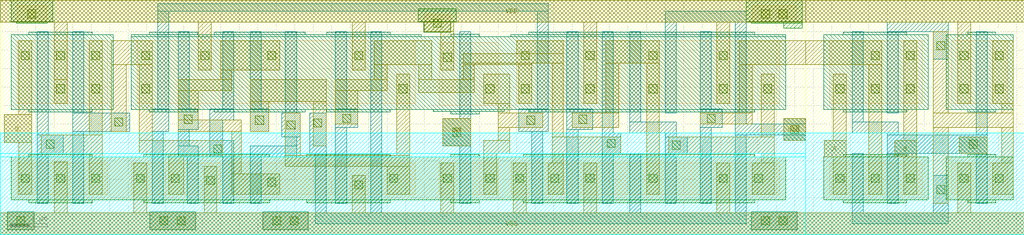
<source format=lef>
  X é 	   & )é 	   & ) sdffrnq  >A7KÆ§ð9D¸/ ZT é 	   & )é 	   & ) mux_as_component        ,  r  Ü  r  ì  ~  ì  ~  Ü  r  Ü      Ì    ,  rÿÿû  r  Ü  ~  Ü  ~ÿÿû  rÿÿû          ,  ÷  ü  ÷     À     À  ü  ÷  ü          ,  à  ü  à     ¼     ¼  ü  à  ü          ,  ÷ÿÿÿj  ÷  ¼  À  ¼  Àÿÿÿj  ÷ÿÿÿj          ,  àÿÿÿj  à  ¼  ¼  ¼  ¼ÿÿÿj  àÿÿÿj           ,  
n  \  
n  ¢    ¢    \  
n  \           ,    \    ¢  |  ¢  |  \    \           ,  WÿÿþÊ  W  \  `  \  `ÿÿþÊ  WÿÿþÊ           ,  @ÿÿþÊ  @  \  \  \  \ÿÿþÊ  @ÿÿþÊ           ,  
nÿÿþ  
nÿÿþÊ  ÿÿþÊ  ÿÿþ  
nÿÿþ           ,  ÿÿþ  ÿÿþÊ  |ÿÿþÊ  |ÿÿþ  ÿÿþ          ,  
n  @  
n          @  
n  @          ,    @      |    |  @    @          ,  W  \  W  @  `  @  `  \  W  \          ,  @  \  @  @  \  @  \  \  @  \          ,  
n    
n  \    \      
n            ,        \  |  \  |                ,  
    
    |    |    
            ,  T    T            T            ,  
    
    6    6    
            ,  ì  ¬  ì    |    |  ¬  ì  ¬          ,  T  Ü  T    6    6  Ü  T  Ü          ,  
  ª  
  Ü  6  Ü  6  ª  
  ª          ,  j  ª  j          ª  j  ª          ,  
  ¶  
  ª    ª    ¶  
  ¶          ,  Tÿÿýv  T  ¶    ¶  ÿÿýv  Tÿÿýv          ,  
ÿÿþp  
  ¶  6  ¶  6ÿÿþp  
ÿÿþp          ,  ìÿÿýv  ì  ^  |  ^  |ÿÿýv  ìÿÿýv          ,  jÿÿþp  j  ¶    ¶  ÿÿþp  jÿÿþp          ,  TÿÿüJ  Tÿÿýv  |ÿÿýv  |ÿÿüJ  TÿÿüJ      !    ,  F  °  F    "    "  °  F  °      !    ,  W  ¢  W  ~  3  ~  3  ¢  W  ¢      !    ,    ¢    ~  é  ~  é  ¢    ¢      !    ,  ·  ¢  ·  ~    ~    ¢  ·  ¢      !    ,  m  ¢  m  ~  I  ~  I  ¢  m  ¢      !    ,  	¡  
  	¡  
ú  
}  
ú  
}  
  	¡  
      !    ,  W  
  W  
ú  3  
ú  3  
  W  
      !    ,    
    
ú  é  
ú  é  
    
      !    ,  ·  
  ·  
ú    
ú    
  ·  
      !    ,  m  
  m  
ú  I  
ú  I  
  m  
      !    ,  ±  B  ±          B  ±  B      !    ,  	¡   ¥  	¡    
}    
}   ¥  	¡   ¥      !    ,  W   ¥  W    3    3   ¥  W   ¥      !    ,     ¥      é    é   ¥     ¥      !    ,  ·   ¥  ·           ¥  ·   ¥      !    ,  m   ¥  m    I    I   ¥  m   ¥      !    ,  Fÿÿÿt  F   P  "   P  "ÿÿÿt  Fÿÿÿt      "    ,  r    r  ì  ~  ì  ~    r        "    ,  r    r     t     t    r        "    ,  	`    	`    
¾    
¾    	`        "    ,  f  R  f    
¾    
¾  R  f  R      "    ,  	`ÿÿÿj  	`  R  
¾  R  
¾ÿÿÿj  	`ÿÿÿj      "    ,  ÿÿÿj      t    tÿÿÿj  ÿÿÿj      "    ,  Ì    Ì     *     *    Ì        "    ,  Ò  R  Ò    *    *  R  Ò  R      "    ,  Ìÿÿÿj  Ì  R  *  R  *ÿÿÿj  Ìÿÿÿj      "    ,  ì    ì    |    |    ì        "    ,  v  ü  v    Ô    Ô  ü  v  ü      "    ,  ,  ü  ,     R     R  ü  ,  ü      "    ,  &    &  ü  R  ü  R    &        "    ,  ì  r  ì    R    R  r  ì  r      "    ,  ìÿÿþp  ì  r  |  r  |ÿÿþp  ìÿÿþp      "    ,  ¨  ¶  ¨  x    x    ¶  ¨  ¶      "    ,  &  ¼  &  r  R  r  R  ¼  &  ¼      "    ,  vÿÿýv  v  ¼  Ô  ¼  Ôÿÿýv  vÿÿýv      "    ,  ,ÿÿÿj  ,  ¼  R  ¼  Rÿÿÿj  ,ÿÿÿj      "    ,  rÿÿû  rÿÿýv  ~ÿÿýv  ~ÿÿû  rÿÿû     é 	   & )é 	   & ) sdffrnq  
  mux_as_component   -  Ö + = ,mux_as_component_0          ,ÿÿÞþ  ²ÿÿÞþ  Â  3ô  Â  3ô  ²ÿÿÞþ  ²      Ì    ,ÿÿÞþ  
ÿÿÞþ  ²  3ô  ²  3ô  
ÿÿÞþ  
      Ì    ,ÿÿÞþ  
(ÿÿÞþ  
  &H  
  &H  
(ÿÿÞþ  
(      Ì    ,  (Ò  
(  (Ò  
  )þ  
  )þ  
(  (Ò  
(      Ì    ,  ,  
(  ,  
  -´  
  -´  
(  ,  
(      Ì    ,  /D  
(  /D  
  3ô  
  3ô  
(  /D  
(      Ì    ,ÿÿÞþ  ôÿÿÞþ  
(  3ô  
(  3ô  ôÿÿÞþ  ô          ,ÿÿàÀ  jÿÿàÀ  ,ÿÿãà  ,ÿÿãà  jÿÿàÀ  j          ,  ¸  p  ¸  2  t  2  t  p  ¸  p          ,  .J  j  .J  ,  2ú  ,  2ú  j  .J  j          ,ÿÿàÀ  ÒÿÿàÀ  vÿÿêM  vÿÿêM  ÒÿÿàÀ  Ò          ,ÿÿír  Òÿÿír  v  
¾  v  
¾  Òÿÿír  Ò          ,  H     H  D    D       H             ,  |  Ò  |  v  18  v  18  Ò  |  Ò          ,ÿÿàÀ  @ÿÿàÀ  	ÿÿêM  	ÿÿêM  @ÿÿàÀ  @          ,ÿÿìÜ  @ÿÿìÜ  	  
¾  	  
¾  @ÿÿìÜ  @          ,  H  @  H  	    	    @  H  @          ,  æ  @  æ  	  18  	  18  @  æ  @          ,ÿÿßÆ  ÿÿßÆ  Lÿÿâ  Lÿÿâ  ÿÿßÆ            ,ÿÿîÐ  ÿÿîÐ  Lÿÿó  Lÿÿó  ÿÿîÐ            ,ÿÿúº  ÿÿúº  Lÿÿÿj  Lÿÿÿj  ÿÿúº            ,  .J    .J  L  2ú  L  2ú    .J             ,ÿÿà   tÿÿà   Ìÿÿä  Ìÿÿä  tÿÿà   t           ,    t    Ò    Ò    t    t           ,  -ª  t  -ª  Ì  3  Ì  3  t  -ª  t           ,ÿÿà¬  Vÿÿà¬  tÿÿãô  tÿÿãô  Vÿÿà¬  V           ,  ¤  \  ¤  t    t    \  ¤  \           ,  .6  V  .6  t  3  t  3  V  .6  V           ,  1¦  Ê  1¦  V  3  V  3  Ê  1¦  Ê           ,ÿÿâ   
2ÿÿâ   
xÿÿè®  
xÿÿè®  
2ÿÿâ   
2           ,ÿÿî  
2ÿÿî  
xÿÿûn  
xÿÿûn  
2ÿÿî  
2           ,ÿÿÿL  
2ÿÿÿL  
x     
x     
2ÿÿÿL  
2           ,    
2    
x    
x    
2    
2           ,  &  
2  &  
x  .  
x  .  
2  &  
2           ,ÿÿà    ÿÿà   
2  1Ø  
2  1Ø   ÿÿà               ,ÿÿâ   Zÿÿâ    ÿÿè®   ÿÿè®  Zÿÿâ   Z           ,ÿÿî  Zÿÿî   ÿÿûn   ÿÿûn  Zÿÿî  Z           ,ÿÿÿL  ZÿÿÿL              ZÿÿÿL  Z           ,    Z              Z    Z           ,  &  Z  &     .     .  Z  &  Z          ,ÿÿâ   ÿÿâ   \ÿÿè®  \ÿÿè®  ÿÿâ             ,ÿÿî²  ÿÿî²  \ÿÿóÐ  \ÿÿóÐ  ÿÿî²            ,ÿÿõ  ÿÿõ  \ÿÿÿ$  \ÿÿÿ$  ÿÿõ            ,  r    r  \     \       r            ,ÿÿà   2ÿÿà   ÿÿêí  ÿÿêí  2ÿÿà   2          ,ÿÿìÒ  äÿÿìÒ    ^    ^  äÿÿìÒ  ä          ,    ä    *    *    ä    ä          ,  ¼    ¼  \  .  \  .    ¼            ,  Ü  ä  Ü    1Ø    1Ø  ä  Ü  ä          ,ÿÿìÒ  2ÿÿìÒ  ä  1Ø  ä  1Ø  2ÿÿìÒ  2          ,ÿÿâ   ìÿÿâ   2ÿÿè®  2ÿÿè®  ìÿÿâ   ì          ,ÿÿî²  ìÿÿî²  2ÿÿóÐ  2ÿÿóÐ  ìÿÿî²  ì          ,ÿÿõ  ìÿÿõ  2ÿÿÿ$  2ÿÿÿ$  ìÿÿõ  ì          ,  r  ì  r  2     2     ì  r  ì          ,  ¨     ¨  2  (  2  (     ¨             ,    º              º    º          ,  ¼  ì  ¼  2  .  2  .  ì  ¼  ì          ,ÿÿß²  vÿÿß²  `ÿÿâ  `ÿÿâ  vÿÿß²  v          ,ÿÿî¼  vÿÿî¼  `ÿÿó  `ÿÿó  vÿÿî¼  v          ,ÿÿú¦  vÿÿú¦  `ÿÿÿ~  `ÿÿÿ~  vÿÿú¦  v          ,  .6  v  .6  `  3  `  3  v  .6  v          ,ÿÿï  ÿÿï  ^  Î  ^  Î  ÿÿï            ,ÿÿâæ  ÿÿâæ  pÿÿä  pÿÿä  ÿÿâæ            ,ÿÿæ  Øÿÿæ  pÿÿçÈ  pÿÿçÈ  Øÿÿæ  Ø          ,ÿÿï  <ÿÿï  ÿÿðÄ  ÿÿðÄ  <ÿÿï  <          ,ÿÿæ  äÿÿæ  Øÿÿìª  Øÿÿìª  äÿÿæ  ä          ,ÿÿï  äÿÿï  <ÿÿðÄ  <ÿÿðÄ  äÿÿï  ä          ,ÿÿñ¾  <ÿÿñ¾  pÿÿòê  pÿÿòê  <ÿÿñ¾  <          ,ÿÿön  <ÿÿön  pÿÿ÷  pÿÿ÷  <ÿÿön  <          ,ÿÿñ¾  ÿÿñ¾  <ÿÿóä  <ÿÿóä  ÿÿñ¾            ,ÿÿõ  ÿÿõ  <ÿÿ÷  <ÿÿ÷  ÿÿõ            ,ÿÿù\  <ÿÿù\  pÿÿú  pÿÿú  <ÿÿù\  <          ,ÿÿâæ  
ÿÿâæ  ÿÿå¢  ÿÿå¢  
ÿÿâæ  
          ,ÿÿâæ  Fÿÿâæ  
ÿÿä  
ÿÿä  Fÿÿâæ  F          ,ÿÿæ  Fÿÿæ  äÿÿçÈ  äÿÿçÈ  Fÿÿæ  F          ,ÿÿï  Fÿÿï  äÿÿð.  äÿÿð.  Fÿÿï  F          ,ÿÿñ¾  Tÿÿñ¾  ÿÿòê  ÿÿòê  Tÿÿñ¾  T          ,ÿÿõ  êÿÿõ  ÿÿön  ÿÿön  êÿÿõ  ê          ,ÿÿù\  äÿÿù\  <ÿÿûP  <ÿÿûP  äÿÿù\  ä          ,ÿÿý  Øÿÿý  pÿÿþ>  pÿÿþ>  Øÿÿý  Ø          ,  X  <  X  p    p    <  X  <          ,ÿÿü®  Nÿÿü®  Øÿÿþ¢  Øÿÿþ¢  Nÿÿü®  N          ,ÿÿñ¾  
(ÿÿñ¾  Tÿÿóä  Tÿÿóä  
(ÿÿñ¾  
(          ,ÿÿõ  
(ÿÿõ  êÿÿ÷  êÿÿ÷  
(ÿÿõ  
(          ,ÿÿý  Tÿÿý  Nÿÿþ>  Nÿÿþ>  Tÿÿý  T          ,ÿÿò¸  Fÿÿò¸  
(ÿÿóä  
(ÿÿóä  Fÿÿò¸  F          ,ÿÿön  Fÿÿön  
(ÿÿ÷  
(ÿÿ÷  Fÿÿön  F          ,ÿÿù\  
(ÿÿù\  Tÿÿþ>  Tÿÿþ>  
(ÿÿù\  
(          ,ÿÿÿ  
ÿÿÿ  Ø  ^  Ø  ^  
ÿÿÿ  
          ,ÿÿù\  Fÿÿù\  
(ÿÿú  
(ÿÿú  Fÿÿù\  F          ,   2  L   2  
  ^  
  ^  L   2  L          ,  X  H  X  <  °  <  °  H  X  H          ,  X  F  X  H    H    F  X  F          ,    L    p  :  p  :  L    L          ,  n  B  n  p    p    B  n  B          ,  ¢  <  ¢    Î    Î  <  ¢  <          ,  %  j  %    -´    -´  j  %  j          ,  ¬  T  ¬  B    B    T  ¬  T          ,  ®  ä  ®  <  Î  <  Î  ä  ®  ä          ,  Â  <  Â  p  î  p  î  <  Â  <          ,  Â    Â  <  ~  <  ~    Â            ,  n  F  n  T    T    F  n  F          ,    F    ä  8  ä  8  F    F          ,  Â  F  Â    î    î  F  Â  F          ,  x  ²  x  p  ¤  p  ¤  ²  x  ²          ,  !f  Þ  !f  p  "  p  "  Þ  !f  Þ          ,  %  Ø  %  j  &H  j  &H  Ø  %  Ø          ,  (Ò  <  (Ò  p  )þ  p  )þ  <  (Ò  <          ,  !f  ²  !f  Þ  &H  Þ  &H  ²  !f  ²          ,  x  
  x  ²   l  ²   l  
  x  
          ,  %  N  %  ²  &H  ²  &H  N  %  N          ,  (Ò  H  (Ò  <  +*  <  +*  H  (Ò  H          ,  ,  ¬  ,  j  -´  j  -´  ¬  ,  ¬          ,  1  ¬  1  B  3ô  B  3ô  ¬  1  ¬          ,  %  
  %  N  't  N  't  
  %  
          ,  x  F  x  
  ¤  
  ¤  F  x  F          ,  !f  L  !f  
  "  
  "  L  !f  L          ,  %  F  %  
  &H  
  &H  F  %  F          ,  (Ò  F  (Ò  H  )þ  H  )þ  F  (Ò  F          ,  ,    ,  ¬  3ô  ¬  3ô    ,            ,  ,  L  ,    -´    -´  L  ,  L          ,  1  ê  1    3ô    3ô  ê  1  ê          ,   2      2  L  -´  L  -´      2         !    ,ÿÿáâ  Ýÿÿáâ  ¹ÿÿâ¾  ¹ÿÿâ¾  Ýÿÿáâ  Ý      !    ,  /I  Ý  /I  ¹  0%  ¹  0%  Ý  /I  Ý      !    ,  1  Ý  1  ¹  1û  ¹  1û  Ý  1  Ý      !    ,  ¨  ã  ¨  ¿    ¿    ã  ¨  ã      !    ,ÿÿá3  xÿÿá3  Tÿÿâ  Tÿÿâ  xÿÿá3  x      !    ,ÿÿäé  xÿÿäé  TÿÿåÅ  TÿÿåÅ  xÿÿäé  x      !    ,ÿÿè  xÿÿè  Tÿÿé{  Tÿÿé{  xÿÿè  x      !    ,ÿÿíå  xÿÿíå  TÿÿîÁ  TÿÿîÁ  xÿÿíå  x      !    ,ÿÿô%  xÿÿô%  Tÿÿõ  Tÿÿõ  xÿÿô%  x      !    ,ÿÿû-  xÿÿû-  Tÿÿü	  Tÿÿü	  xÿÿû-  x      !    ,  [  x  [  T  7  T  7  x  [  x      !    ,  »  F  »  "    "    F  »  F      !    ,  ï  x  ï  T  Ë  T  Ë  x  ï  x      !    ,  Å  x  Å  T  ¡  T  ¡  x  Å  x      !    ,  #i  x  #i  T  $E  T  $E  x  #i  x      !    ,  *Õ  x  *Õ  T  +±  T  +±  x  *Õ  x      !    ,ÿÿäé  ôÿÿäé  ÐÿÿåÅ  ÐÿÿåÅ  ôÿÿäé  ô      !    ,ÿÿè  ôÿÿè  Ðÿÿé{  Ðÿÿé{  ôÿÿè  ô      !    ,ÿÿíå  ôÿÿíå  ÐÿÿîÁ  ÐÿÿîÁ  ôÿÿíå  ô      !    ,  	  ô  	  Ð  	ç  Ð  	ç  ô  	  ô      !    ,  9  ô  9  Ð    Ð    ô  9  ô      !    ,  ï  ô  ï  Ð  Ë  Ð  Ë  ô  ï  ô      !    ,  Å  ô  Å  Ð  ¡  Ð  ¡  ô  Å  ô      !    ,  #i  ô  #i  Ð  $E  Ð  $E  ô  #i  ô      !    ,  *Õ  ô  *Õ  Ð  +±  Ð  +±  ô  *Õ  ô      !    ,  /  ô  /  Ð  0a  Ð  0a  ô  /  ô      !    ,ÿÿë  pÿÿë  Lÿÿëì  Lÿÿëì  pÿÿë  p      !    ,ÿÿòc  »ÿÿòc  ÿÿó?  ÿÿó?  »ÿÿòc  »      !    ,ÿÿùè  ¢ÿÿùè  ~ÿÿúÄ  ~ÿÿúÄ  ¢ÿÿùè  ¢      !    ,ÿÿý:  %ÿÿý:  ÿÿþ  ÿÿþ  %ÿÿý:  %      !    ,     W     3   ë  3   ë  W     W      !    ,    Ô    °  ò  °  ò  Ô    Ô      !    ,    ¢    ~  a  ~  a  ¢    ¢      !    ,  ý  »  ý    Ù    Ù  »  ý  »      !    ,  )  Ô  )  °  *l  °  *l  Ô  )  Ô      !    ,  µ  ]  µ  9    9    ]  µ  ]      !    ,  2Z  ¨  2Z    36    36  ¨  2Z  ¨      !    ,ÿÿãÖ  ÿÿãÖ  ôÿÿä²  ôÿÿä²  ÿÿãÖ        !    ,ÿÿõ  
ÿÿõ  wÿÿö_  wÿÿö_  
ÿÿõ  
      !    ,    1      à    à  1    1      !    ,  %Ú  
ÿ  %Ú  Û  &¶  Û  &¶  
ÿ  %Ú  
ÿ      !    ,ÿÿá3  {ÿÿá3  Wÿÿâ  Wÿÿâ  {ÿÿá3  {      !    ,ÿÿäé  {ÿÿäé  WÿÿåÅ  WÿÿåÅ  {ÿÿäé  {      !    ,ÿÿè  {ÿÿè  Wÿÿé{  Wÿÿé{  {ÿÿè  {      !    ,ÿÿíO  {ÿÿíO  Wÿÿî+  Wÿÿî+  {ÿÿíO  {      !    ,ÿÿñ  {ÿÿñ  Wÿÿñá  Wÿÿñá  {ÿÿñ  {      !    ,ÿÿô»  Iÿÿô»  %ÿÿõ  %ÿÿõ  Iÿÿô»  I      !    ,ÿÿû-  ÿÿû-  óÿÿü	  óÿÿü	  ÿÿû-        !    ,  [  Ì  [  ¨  7  ¨  7  Ì  [  Ì      !    ,    {    W  í  W  í  {    {      !    ,  »  {  »  W    W    {  »  {      !    ,  9  {  9  W    W    {  9  {      !    ,  Y  {  Y  W  5  W  5  {  Y  {      !    ,    {    W  ë  W  ë  {    {      !    ,  Å  {  Å  W  ¡  W  ¡  {  Å  {      !    ,  #i  {  #i  W  $E  W  $E  {  #i  {      !    ,  *Õ  {  *Õ  W  +±  W  +±  {  *Õ  {      !    ,  .  {  .  W  /g  W  /g  {  .  {      !    ,ÿÿà¶  ýÿÿà¶  Ùÿÿá  Ùÿÿá  ýÿÿà¶  ý      !    ,ÿÿïÏ  ýÿÿïÏ  Ùÿÿð«  Ùÿÿð«  ýÿÿïÏ  ý      !    ,ÿÿñ¥  ýÿÿñ¥  Ùÿÿò  Ùÿÿò  ýÿÿñ¥  ý      !    ,ÿÿû¹  ýÿÿû¹  Ùÿÿü  Ùÿÿü  ýÿÿû¹  ý      !    ,ÿÿý  ýÿÿý  Ùÿÿþk  Ùÿÿþk  ýÿÿý  ý      !    ,  /I  ý  /I  Ù  0%  Ù  0%  ý  /I  ý      !    ,  1  ý  1  Ù  1û  Ù  1û  ý  1  ý      "    ,ÿÿÞþ  jÿÿÞþ  Â  3ô  Â  3ô  jÿÿÞþ  j      "    ,ÿÿàò  ¦ÿÿàò  vÿÿâP  vÿÿâP  ¦ÿÿàò  ¦      "    ,ÿÿä¨  \ÿÿä¨  jÿÿæ  jÿÿæ  \ÿÿä¨  \      "    ,ÿÿä¨  Òÿÿä¨  \ÿÿæ  \ÿÿæ  Òÿÿä¨  Ò      "    ,ÿÿßb  ¸ÿÿßb  ¦ÿÿâP  ¦ÿÿâP  ¸ÿÿßb  ¸      "    ,ÿÿè^  ÿÿè^  vÿÿé¼  vÿÿé¼  ÿÿè^        "    ,ÿÿê¶  ìÿÿê¶  vÿÿï  vÿÿï  ìÿÿê¶  ì      "    ,ÿÿê¶  äÿÿê¶  ìÿÿìF  ìÿÿìF  äÿÿê¶  ä      "    ,ÿÿàò  @ÿÿàò  ¸ÿÿâP  ¸ÿÿâP  @ÿÿàò  @      "    ,ÿÿãJ  
ÿÿãJ  ÿÿé¼  ÿÿé¼  
ÿÿãJ  
      "    ,ÿÿí¤  êÿÿí¤  ìÿÿï  ìÿÿï  êÿÿí¤  ê      "    ,ÿÿóä  Vÿÿóä  jÿÿõB  jÿÿõB  Vÿÿóä  V      "    ,ÿÿö<  Vÿÿö<  vÿÿü|  vÿÿü|  Vÿÿö<  V      "    ,    V    j  x  j  x  V    V      "    ,  ¸  p  ¸  j  Ø  j  Ø  p  ¸  p      "    ,  r  ì  r  v    v    ì  r  ì      "    ,ÿÿö<  \ÿÿö<  Vÿÿ÷h  Vÿÿ÷h  \ÿÿö<  \      "    ,  r  \  r  ì  Ð  ì  Ð  \  r  \      "    ,ÿÿñ¾  0ÿÿñ¾  \ÿÿ÷h  \ÿÿ÷h  0ÿÿñ¾  0      "    ,ÿÿñ¾  ÿÿñ¾  0ÿÿóä  0ÿÿóä  ÿÿñ¾        "    ,ÿÿù\  ÿÿù\  \  ^  \  ^  ÿÿù\        "    ,ÿÿñ¾  äÿÿñ¾  ÿÿøb  ÿÿøb  äÿÿñ¾  ä      "    ,ÿÿù\  äÿÿù\  ÿÿûP  ÿÿûP  äÿÿù\  ä      "    ,ÿÿí¤  
ÿÿí¤  êÿÿön  êÿÿön  
ÿÿí¤  
      "    ,ÿÿä¨  Lÿÿä¨  	¦ÿÿæ  	¦ÿÿæ  Lÿÿä¨  L      "    ,ÿÿè^  @ÿÿè^  
ÿÿé¼  
ÿÿé¼  @ÿÿè^  @      "    ,ÿÿðÄ  
(ÿÿðÄ  
ÿÿön  
ÿÿön  
(ÿÿðÄ  
(      "    ,ÿÿí  Lÿÿí  	ÿÿîl  	ÿÿîl  Lÿÿí  L      "    ,ÿÿðÄ  @ÿÿðÄ  
(ÿÿòT  
(ÿÿòT  @ÿÿðÄ  @      "    ,ÿÿôz  Lÿÿôz  	.ÿÿõØ  	.ÿÿõØ  Lÿÿôz  L      "    ,ÿÿ÷h  fÿÿ÷h  äÿÿøb  äÿÿøb  fÿÿ÷h  f      "    ,ÿÿý  
Zÿÿý  Øÿÿþ¢  Øÿÿþ¢  
Zÿÿý  
Z      "    ,      T        ^    ^  T      T      "    ,  X  0  X  \  Ð  \  Ð  0  X  0      "    ,  X  ¬  X  0  °  0  °  ¬  X  ¬      "    ,  Ê  
Z  Ê  ò  
(  ò  
(  
Z  Ê  
Z      "    ,  "  \  "  ì    ì    \  "  \      "    ,  z  V  z  p  Ø  p  Ø  V  z  V      "    ,  |    |  v  ^  v  ^    |        "    ,  Ò    Ò    ^    ^    Ò        "    ,  Ò  ì  Ò          ì  Ò  ì      "    ,  Ò  \  Ò  ì  þ  ì  þ  \  Ò  \      "    ,  "  þ  "  \  þ  \  þ  þ  "  þ      "    ,  ø  Ò  ø  ò  ´  ò  ´  Ò  ø  Ò      "    ,  ®  Ò  ®  ì    ì    Ò  ®  Ò      "    ,    Ø    Ò  ´  Ò  ´  Ø    Ø      "    ,  ¬  T  ¬  B    B    T  ¬  T      "    ,    H    Ø  8  Ø  8  H    H      "    ,    ê    H  ´  H  ´  ê    ê      "    ,ÿÿý  	.ÿÿý  
Z  
(  
Z  
(  	.ÿÿý  	.      "    ,  ø  
  ø  ê  ´  ê  ´  
  ø  
      "    ,  2  N  2    ^    ^  N  2  N      "    ,    Ò    j  â  j  â  Ò    Ò      "    ,  Ü    Ü  v  $  v  $    Ü        "    ,  Ü  Ø  Ü     :     :  Ø  Ü  Ø      "    ,  X  H  X  Ø   :  Ø   :  H  X  H      "    ,  2  
  2  N   l  N   l  
  2  
      "    ,ÿÿ÷h  @ÿÿ÷h  fÿÿü|  fÿÿü|  @ÿÿ÷h  @      "    ,    L    4  x  4  x  L    L      "    ,  Ð  @  Ð  	.  
(  	.  
(  @  Ð  @      "    ,  z  L  z  	  Ø  	  Ø  L  z  L      "    ,  ø  @  ø  
  V  
  V  @  ø  @      "    ,  2  	  2  
  ^  
  ^  	  2  	      "    ,    L    	  v  	  v  L    L      "    ,  Î  @  Î  	  ^  	  ^  @  Î  @      "    ,    L    	  â  	  â  L    L      "    ,  #(  @  #(    $    $  @  #(  @      "    ,  *  Ò  *  j  +ò  j  +ò  Ò  *  Ò      "    ,  ,ì  ì  ,ì  v  3ô  v  3ô  ì  ,ì  ì      "    ,  ,ì  Ø  ,ì  ì  .J  ì  .J  Ø  ,ì  Ø      "    ,  (Ò  ¬  (Ò  Ø  .J  Ø  .J  ¬  (Ò  ¬      "    ,  /D  N  /D  ò  0¢  ò  0¢  N  /D  N      "    ,  %  
  %  N  0¢  N  0¢  
  %  
      "    ,  1  ê  1  B  3ô  B  3ô  ê  1  ê      "    ,  /D  	  /D  
  0¢  
  0¢  	  /D  	      "    ,  *  L  *  	  +ò  	  +ò  L  *  L      "    ,  .J  @  .J  	  0¢  	  0¢  @  .J  @      "    ,ÿÿÞþ  ôÿÿÞþ  L  3ô  L  3ô  ôÿÿÞþ  ô      "  
 ,ÿÿÞþ  jÿÿÞþ  Â  K   Â  K   jÿÿÞþ  j      "  
 ,ÿÿÞþ  ôÿÿÞþ  L  K   L  K   ôÿÿÞþ  ô      "  
 ,  5è  
(  5è  ê  8@  ê  8@  
(  5è  
(      "  
 ,  =T  
(  =T  ê  ?¬  ê  ?¬  
(  =T  
(      "  
 ,  D*  
  D*  N  G  N  G  
  D*  
      "  
 ,  1  ê  1  B  3ô  B  3ô  ê  1  ê      "  
 ,  ¬  T  ¬  B    B    T  ¬  T      "  
 ,ÿÿßb  ¸ÿÿßb  ¦ÿÿâP  ¦ÿÿâP  ¸ÿÿßb  ¸      "  
      @LÌÌÌÌÌÌ   ÿ   VDD       "  
      @LÌÌÌÌÌÌ   ÿ    VSS       "  
      @LÌÌÌÌÌÌ   7  	 A       "  
      @LÌÌÌÌÌÌ   >  	 B       "  
      @LÌÌÌÌÌÌ   E¡  m S       "  
      @LÌÌÌÌÌÌ   2È   CLK       "  
      @LÌÌÌÌÌÌ   #  Ë RN      "  
      @LÌÌÌÌÌÌ ÿÿàÙ  / Q       
</source>
